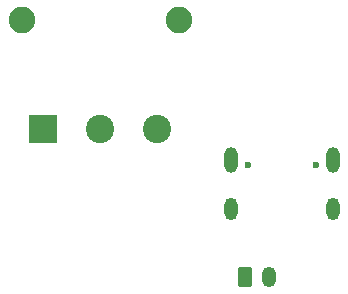
<source format=gbr>
%TF.GenerationSoftware,KiCad,Pcbnew,7.0.11*%
%TF.CreationDate,2025-03-27T12:24:41+02:00*%
%TF.ProjectId,Project,50726f6a-6563-4742-9e6b-696361645f70,rev?*%
%TF.SameCoordinates,Original*%
%TF.FileFunction,Soldermask,Bot*%
%TF.FilePolarity,Negative*%
%FSLAX46Y46*%
G04 Gerber Fmt 4.6, Leading zero omitted, Abs format (unit mm)*
G04 Created by KiCad (PCBNEW 7.0.11) date 2025-03-27 12:24:41*
%MOMM*%
%LPD*%
G01*
G04 APERTURE LIST*
G04 Aperture macros list*
%AMRoundRect*
0 Rectangle with rounded corners*
0 $1 Rounding radius*
0 $2 $3 $4 $5 $6 $7 $8 $9 X,Y pos of 4 corners*
0 Add a 4 corners polygon primitive as box body*
4,1,4,$2,$3,$4,$5,$6,$7,$8,$9,$2,$3,0*
0 Add four circle primitives for the rounded corners*
1,1,$1+$1,$2,$3*
1,1,$1+$1,$4,$5*
1,1,$1+$1,$6,$7*
1,1,$1+$1,$8,$9*
0 Add four rect primitives between the rounded corners*
20,1,$1+$1,$2,$3,$4,$5,0*
20,1,$1+$1,$4,$5,$6,$7,0*
20,1,$1+$1,$6,$7,$8,$9,0*
20,1,$1+$1,$8,$9,$2,$3,0*%
G04 Aperture macros list end*
%ADD10R,2.400000X2.400000*%
%ADD11C,2.400000*%
%ADD12C,2.250000*%
%ADD13RoundRect,0.250000X-0.350000X-0.625000X0.350000X-0.625000X0.350000X0.625000X-0.350000X0.625000X0*%
%ADD14O,1.200000X1.750000*%
%ADD15C,0.600000*%
%ADD16O,1.104000X2.204000*%
%ADD17O,1.104000X1.904000*%
G04 APERTURE END LIST*
D10*
%TO.C,S1*%
X90795000Y-96330000D03*
D11*
X95595000Y-96330000D03*
X100395000Y-96330000D03*
D12*
X88945000Y-87130000D03*
X102245000Y-87130000D03*
%TD*%
D13*
%TO.C,J3*%
X107895000Y-108825000D03*
D14*
X109895000Y-108825000D03*
%TD*%
D15*
%TO.C,J2*%
X108093500Y-99400000D03*
X113873500Y-99400000D03*
D16*
X106658500Y-98910000D03*
X115308500Y-98910000D03*
D17*
X106658500Y-103080000D03*
X115308500Y-103080000D03*
%TD*%
M02*

</source>
